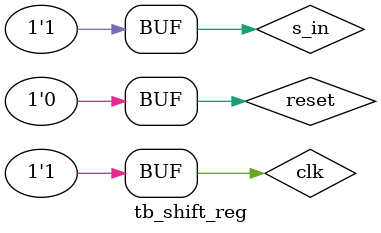
<source format=v>
module tb_shift_reg();
localparam T=20;
reg clk,reset;
reg s_in;
wire s_out;
shift_reg #(3) m1(clk,reset,s_in,s_out);
	always begin
		clk=1'b0;
		#(T/2);
		clk=1'b1;
		#(T/2);
	end
	initial begin
		reset=1'b1;
		#(T/2);
		reset=1'b0;
		#(T/2);
	end
	initial begin
		s_in=1'b0;
		#5;
		s_in=1'b1;
		#5;
		s_in=1'b0;
		#5;
		s_in=1'b1;
	end
	endmodule

</source>
